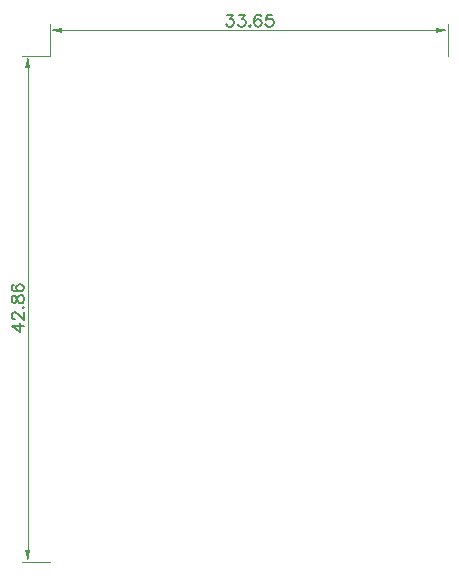
<source format=gbr>
G04 DipTrace 3.1.0.1*
G04 Âåõíèéðàçìåð.gbr*
%MOIN*%
G04 #@! TF.FileFunction,Drawing,Top*
G04 #@! TF.Part,Single*
%ADD13C,0.001378*%
%ADD66C,0.006176*%
%FSLAX26Y26*%
G04*
G70*
G90*
G75*
G01*
G04 TopDimension*
%LPD*%
D13*
X-94698Y0D1*
X1Y1687501D2*
X-94698D1*
X-75013Y843751D2*
Y39370D1*
G36*
Y0D2*
X-82887Y39370D1*
X-67139D1*
X-75013Y0D1*
G37*
Y843751D2*
D13*
Y1648131D1*
G36*
Y1687501D2*
X-67139Y1648131D1*
X-82887D1*
X-75013Y1687501D1*
G37*
X1D2*
D13*
Y1792520D1*
X1325001Y1687501D2*
Y1792520D1*
X662501Y1772835D2*
X39371D1*
G36*
X1D2*
X39371Y1780709D1*
Y1764961D1*
X1Y1772835D1*
G37*
X662501D2*
D13*
X1285631D1*
G36*
X1325001D2*
X1285631Y1764961D1*
Y1780709D1*
X1325001Y1772835D1*
G37*
X-87224Y785813D2*
D66*
X-127372D1*
X-100621Y766667D1*
Y795363D1*
X-117821Y809660D2*
X-119722D1*
X-123569Y811561D1*
X-125470Y813463D1*
X-127372Y817309D1*
Y824959D1*
X-125470Y828761D1*
X-123569Y830662D1*
X-119722Y832608D1*
X-115920D1*
X-112073Y830662D1*
X-106369Y826860D1*
X-87224Y807715D1*
Y834509D1*
X-91071Y848762D2*
X-89125Y846861D1*
X-87224Y848762D1*
X-89125Y850707D1*
X-91071Y848762D1*
X-127372Y872609D2*
X-125470Y866906D1*
X-121668Y864960D1*
X-117821D1*
X-114019Y866906D1*
X-112073Y870708D1*
X-110172Y878357D1*
X-108271Y884105D1*
X-104424Y887908D1*
X-100621Y889809D1*
X-94873D1*
X-91071Y887908D1*
X-89125Y886007D1*
X-87224Y880259D1*
Y872609D1*
X-89125Y866906D1*
X-91071Y864960D1*
X-94873Y863059D1*
X-100621D1*
X-104424Y864960D1*
X-108271Y868807D1*
X-110172Y874511D1*
X-112073Y882160D1*
X-114019Y886007D1*
X-117821Y887908D1*
X-121668D1*
X-125470Y886007D1*
X-127372Y880259D1*
Y872609D1*
X-121668Y925109D2*
X-125470Y923207D1*
X-127372Y917459D1*
Y913657D1*
X-125470Y907909D1*
X-119722Y904062D1*
X-110172Y902161D1*
X-100621D1*
X-92972Y904062D1*
X-89125Y907909D1*
X-87224Y913657D1*
Y915558D1*
X-89125Y921262D1*
X-92972Y925109D1*
X-98720Y927010D1*
X-100621D1*
X-106369Y925109D1*
X-110172Y921262D1*
X-112073Y915558D1*
Y913657D1*
X-110172Y907909D1*
X-106369Y904062D1*
X-100621Y902161D1*
X590193Y1825193D2*
X611196D1*
X599744Y1809895D1*
X605492D1*
X609294Y1807993D1*
X611196Y1806092D1*
X613141Y1800344D1*
Y1796541D1*
X611196Y1790793D1*
X607393Y1786947D1*
X601645Y1785045D1*
X595897D1*
X590193Y1786947D1*
X588292Y1788892D1*
X586346Y1792695D1*
X629339Y1825193D2*
X650342D1*
X638890Y1809895D1*
X644638D1*
X648440Y1807993D1*
X650342Y1806092D1*
X652287Y1800344D1*
Y1796541D1*
X650342Y1790793D1*
X646539Y1786947D1*
X640791Y1785045D1*
X635043D1*
X629339Y1786947D1*
X627438Y1788892D1*
X625492Y1792695D1*
X666540Y1788892D2*
X664639Y1786947D1*
X666540Y1785045D1*
X668485Y1786947D1*
X666540Y1788892D1*
X703785Y1819489D2*
X701883Y1823292D1*
X696135Y1825193D1*
X692333D1*
X686585Y1823292D1*
X682738Y1817544D1*
X680837Y1807993D1*
Y1798443D1*
X682738Y1790793D1*
X686585Y1786947D1*
X692333Y1785045D1*
X694234D1*
X699938Y1786947D1*
X703785Y1790793D1*
X705686Y1796541D1*
Y1798443D1*
X703785Y1804191D1*
X699938Y1807993D1*
X694234Y1809895D1*
X692333D1*
X686585Y1807993D1*
X682738Y1804191D1*
X680837Y1798443D1*
X740985Y1825193D2*
X721884D1*
X719983Y1807993D1*
X721884Y1809895D1*
X727632Y1811840D1*
X733336D1*
X739084Y1809895D1*
X742931Y1806092D1*
X744832Y1800344D1*
Y1796541D1*
X742931Y1790793D1*
X739084Y1786947D1*
X733336Y1785045D1*
X727632D1*
X721884Y1786947D1*
X719983Y1788892D1*
X718037Y1792695D1*
M02*

</source>
